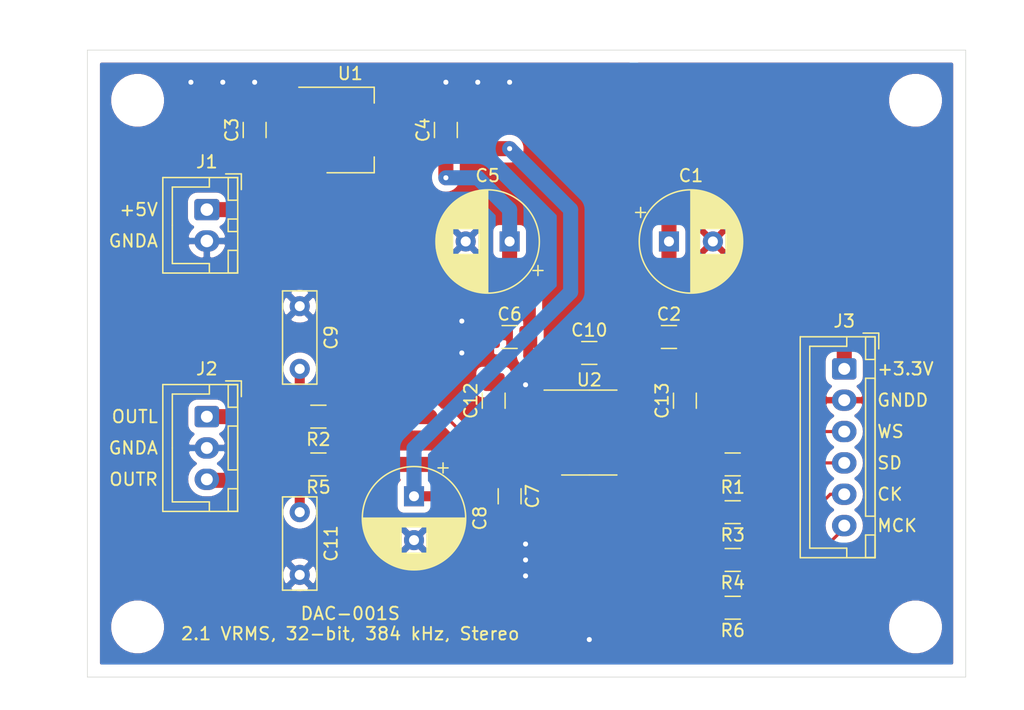
<source format=kicad_pcb>
(kicad_pcb (version 20171130) (host pcbnew "(5.1.6)-1")
  (title_block (title DAC-001S) (date 2020-11-06))
  (layers (0 F.Cu signal) (31 B.Cu signal) (34 B.Paste user) (35 F.Paste user) (36 B.SilkS user) (37 F.SilkS user) (38 B.Mask user) (39 F.Mask user) (44 Edge.Cuts user))
  (net 0 "")
  (net 1 GNDA)
  (net 2 GNDD)
  (net 3 +3V3)
  (net 4 +3.3VA)
  (net 5 OUTL)
  (net 6 OUTR)
  (net 7 "Net-(C10-Pad1)")
  (net 8 "Net-(R2-Pad1)")
  (net 9 +5VA)
  (net 10 "Net-(C10-Pad2)")
  (net 11 "Net-(C12-Pad1)")
  (net 12 "Net-(C13-Pad1)")
  (net 13 "Net-(R1-Pad2)")
  (net 14 "Net-(R3-Pad2)")
  (net 15 "Net-(R4-Pad2)")
  (net 16 "Net-(R5-Pad1)")
  (net 17 "Net-(R6-Pad2)")
  (net 18 MCK)
  (net 19 CK)
  (net 20 SD)
  (net 21 WS)
  (module NetTie:NetTie-2_SMD_Pad2.0mm (layer F.Cu) (at 127 80.01)
    (fp_text reference NT1 hide)
    (fp_text value Net-Tie_2)
    (fp_poly (pts (xy -2 -1) (xy 2 -1) (xy 2 1) (xy -2 1)) (layer F.Cu) (width 0))
    (pad 2 smd circle (at 2 0) (size 2 2) (layers F.Cu) (net 2 GNDD))
    (pad 1 smd circle (at -2 0) (size 2 2) (layers F.Cu) (net 1 GNDA))
  )
  (module Connector_JST:JST_XH_B6B-XH-A_1x06_P2.50mm_Vertical (layer F.Cu) (at 147.32 58.42 270)
    (fp_text reference J3 (at -3.81 0 180) (layer F.SilkS))
    (fp_text value Conn_01x06)
    (pad 6 thru_hole oval (at 12.5 0 270) (size 1.7 1.95) (drill 0.95) (layers *.Cu *.Mask) (net 18 MCK))
    (pad 5 thru_hole oval (at 10 0 270) (size 1.7 1.95) (drill 0.95) (layers *.Cu *.Mask) (net 19 CK))
    (pad 4 thru_hole oval (at 7.5 0 270) (size 1.7 1.95) (drill 0.95) (layers *.Cu *.Mask) (net 20 SD))
    (pad 3 thru_hole oval (at 5 0 270) (size 1.7 1.95) (drill 0.95) (layers *.Cu *.Mask) (net 21 WS))
    (pad 2 thru_hole oval (at 2.5 0 270) (size 1.7 1.95) (drill 0.95) (layers *.Cu *.Mask) (net 2 GNDD))
    (pad 1 thru_hole roundrect (at 0 0 270) (size 1.7 1.95) (drill 0.95) (layers *.Cu *.Mask) (roundrect_rratio 0.147059) (net 3 +3V3))
  )
  (module Connector_JST:JST_XH_B3B-XH-A_1x03_P2.50mm_Vertical (layer F.Cu) (at 96.52 62.23 270)
    (fp_text reference J2 (at -3.81 0 180) (layer F.SilkS))
    (fp_text value Conn_01x03)
    (pad 3 thru_hole oval (at 5 0 270) (size 1.7 1.95) (drill 0.95) (layers *.Cu *.Mask) (net 6 OUTR))
    (pad 2 thru_hole oval (at 2.5 0 270) (size 1.7 1.95) (drill 0.95) (layers *.Cu *.Mask) (net 1 GNDA))
    (pad 1 thru_hole roundrect (at 0 0 270) (size 1.7 1.95) (drill 0.95) (layers *.Cu *.Mask) (roundrect_rratio 0.147059) (net 5 OUTL))
  )
  (module Connector_JST:JST_XH_B2B-XH-A_1x02_P2.50mm_Vertical (layer F.Cu) (at 96.52 45.72 270)
    (fp_text reference J1 (at -3.81 0 180) (layer F.SilkS))
    (fp_text value Conn_01x02)
    (pad 2 thru_hole oval (at 2.5 0 270) (size 1.7 2) (drill 1) (layers *.Cu *.Mask) (net 1 GNDA))
    (pad 1 thru_hole roundrect (at 0 0 270) (size 1.7 2) (drill 1) (layers *.Cu *.Mask) (roundrect_rratio 0.147059) (net 9 +5VA))
  )
  (module MountingHole:MountingHole_3.2mm_M3 (layer F.Cu) (at 153 79)
    (fp_text reference H4 hide)
    (fp_text value MountingHole)
    (pad 1 np_thru_hole circle (at 0 0) (size 3.2 3.2) (drill 3.2) (layers *.Cu *.Mask))
  )
  (module MountingHole:MountingHole_3.2mm_M3 (layer F.Cu) (at 91 79)
    (fp_text reference H3 hide)
    (fp_text value MountingHole)
    (pad 1 np_thru_hole circle (at 0 0) (size 3.2 3.2) (drill 3.2) (layers *.Cu *.Mask))
  )
  (module MountingHole:MountingHole_3.2mm_M3 (layer F.Cu) (at 153 37)
    (fp_text reference H2 hide)
    (fp_text value MountingHole)
    (pad 1 np_thru_hole circle (at 0 0) (size 3.2 3.2) (drill 3.2) (layers *.Cu *.Mask))
  )
  (module MountingHole:MountingHole_3.2mm_M3 (layer F.Cu) (at 91 37)
    (fp_text reference H1 hide)
    (fp_text value MountingHole)
    (pad 1 np_thru_hole circle (at 0 0) (size 3.2 3.2) (drill 3.2) (layers *.Cu *.Mask))
  )
  (module Resistor_SMD:R_1206_3216Metric_Pad1.42x1.75mm_HandSolder (layer F.Cu) (at 138.43 77.47 180)
    (fp_text reference R6 (at 0 -1.82) (layer F.SilkS))
    (fp_text value 22R)
    (pad 2 smd roundrect (at 1.4875 0 180) (size 1.425 1.75) (layers F.Cu F.Paste F.Mask) (roundrect_rratio 0.175439) (net 17 "Net-(R6-Pad2)"))
    (pad 1 smd roundrect (at -1.4875 0 180) (size 1.425 1.75) (layers F.Cu F.Paste F.Mask) (roundrect_rratio 0.175439) (net 18 MCK))
  )
  (module Resistor_SMD:R_1206_3216Metric_Pad1.42x1.75mm_HandSolder (layer F.Cu) (at 138.43 73.66 180)
    (fp_text reference R4 (at 0 -1.82) (layer F.SilkS))
    (fp_text value 22R)
    (pad 2 smd roundrect (at 1.4875 0 180) (size 1.425 1.75) (layers F.Cu F.Paste F.Mask) (roundrect_rratio 0.175439) (net 15 "Net-(R4-Pad2)"))
    (pad 1 smd roundrect (at -1.4875 0 180) (size 1.425 1.75) (layers F.Cu F.Paste F.Mask) (roundrect_rratio 0.175439) (net 19 CK))
  )
  (module Resistor_SMD:R_1206_3216Metric_Pad1.42x1.75mm_HandSolder (layer F.Cu) (at 138.43 69.85 180)
    (fp_text reference R3 (at 0 -1.82) (layer F.SilkS))
    (fp_text value 22R)
    (pad 2 smd roundrect (at 1.4875 0 180) (size 1.425 1.75) (layers F.Cu F.Paste F.Mask) (roundrect_rratio 0.175439) (net 14 "Net-(R3-Pad2)"))
    (pad 1 smd roundrect (at -1.4875 0 180) (size 1.425 1.75) (layers F.Cu F.Paste F.Mask) (roundrect_rratio 0.175439) (net 20 SD))
  )
  (module Resistor_SMD:R_1206_3216Metric_Pad1.42x1.75mm_HandSolder (layer F.Cu) (at 138.43 66.04 180)
    (fp_text reference R1 (at 0 -1.82) (layer F.SilkS))
    (fp_text value 22R)
    (pad 2 smd roundrect (at 1.4875 0 180) (size 1.425 1.75) (layers F.Cu F.Paste F.Mask) (roundrect_rratio 0.175439) (net 13 "Net-(R1-Pad2)"))
    (pad 1 smd roundrect (at -1.4875 0 180) (size 1.425 1.75) (layers F.Cu F.Paste F.Mask) (roundrect_rratio 0.175439) (net 21 WS))
  )
  (module Capacitor_THT:CP_Radial_D8.0mm_P3.50mm (layer F.Cu) (at 133.35 48.26)
    (fp_text reference C1 (at 1.75 -5.25) (layer F.SilkS))
    (fp_text value 10uF)
    (pad 2 thru_hole circle (at 3.5 0) (size 1.6 1.6) (drill 0.8) (layers *.Cu *.Mask) (net 2 GNDD))
    (pad 1 thru_hole rect (at 0 0) (size 1.6 1.6) (drill 0.8) (layers *.Cu *.Mask) (net 3 +3V3))
  )
  (module Capacitor_SMD:C_1206_3216Metric_Pad1.42x1.75mm_HandSolder (layer F.Cu) (at 115.57 39.37 90)
    (fp_text reference C4 (at 0 -1.82 90) (layer F.SilkS))
    (fp_text value 2.2uF)
    (pad 2 smd roundrect (at 1.4875 0 90) (size 1.425 1.75) (layers F.Cu F.Paste F.Mask) (roundrect_rratio 0.175439) (net 1 GNDA))
    (pad 1 smd roundrect (at -1.4875 0 90) (size 1.425 1.75) (layers F.Cu F.Paste F.Mask) (roundrect_rratio 0.175439) (net 4 +3.3VA))
  )
  (module Capacitor_SMD:C_1206_3216Metric_Pad1.42x1.75mm_HandSolder (layer F.Cu) (at 100.33 39.37 90)
    (fp_text reference C3 (at 0 -1.82 90) (layer F.SilkS))
    (fp_text value 2.2uF)
    (pad 2 smd roundrect (at 1.4875 0 90) (size 1.425 1.75) (layers F.Cu F.Paste F.Mask) (roundrect_rratio 0.175439) (net 1 GNDA))
    (pad 1 smd roundrect (at -1.4875 0 90) (size 1.425 1.75) (layers F.Cu F.Paste F.Mask) (roundrect_rratio 0.175439) (net 9 +5VA))
  )
  (module Package_TO_SOT_SMD:SOT-223-3_TabPin2 (layer F.Cu) (at 107.95 39.37)
    (fp_text reference U1 (at 0 -4.5) (layer F.SilkS))
    (fp_text value ADP3338AKCZ-3.3RL7)
    (pad 1 smd rect (at -3.15 -2.3) (size 2 1.5) (layers F.Cu F.Paste F.Mask) (net 1 GNDA))
    (pad 3 smd rect (at -3.15 2.3) (size 2 1.5) (layers F.Cu F.Paste F.Mask) (net 9 +5VA))
    (pad 2 smd rect (at -3.15 0) (size 2 1.5) (layers F.Cu F.Paste F.Mask) (net 4 +3.3VA))
    (pad 2 smd rect (at 3.15 0) (size 2 3.8) (layers F.Cu F.Paste F.Mask) (net 4 +3.3VA))
  )
  (module Resistor_SMD:R_1206_3216Metric_Pad1.42x1.75mm_HandSolder (layer F.Cu) (at 105.41 66.04 180)
    (fp_text reference R5 (at 0 -1.82) (layer F.SilkS))
    (fp_text value 470R)
    (pad 2 smd roundrect (at 1.4875 0 180) (size 1.425 1.75) (layers F.Cu F.Paste F.Mask) (roundrect_rratio 0.175439) (net 6 OUTR))
    (pad 1 smd roundrect (at -1.4875 0 180) (size 1.425 1.75) (layers F.Cu F.Paste F.Mask) (roundrect_rratio 0.175439) (net 16 "Net-(R5-Pad1)"))
  )
  (module Resistor_SMD:R_1206_3216Metric_Pad1.42x1.75mm_HandSolder (layer F.Cu) (at 105.41 62.23 180)
    (fp_text reference R2 (at 0 -1.82) (layer F.SilkS))
    (fp_text value 470R)
    (pad 1 smd roundrect (at -1.4875 0 180) (size 1.425 1.75) (layers F.Cu F.Paste F.Mask) (roundrect_rratio 0.175439) (net 8 "Net-(R2-Pad1)"))
    (pad 2 smd roundrect (at 1.4875 0 180) (size 1.425 1.75) (layers F.Cu F.Paste F.Mask) (roundrect_rratio 0.175439) (net 5 OUTL))
  )
  (module Capacitor_THT:C_Rect_L7.2mm_W2.5mm_P5.00mm_FKS2_FKP2_MKS2_MKP2 (layer F.Cu) (at 103.9225 69.85 270)
    (fp_text reference C11 (at 2.5 -2.5 90) (layer F.SilkS))
    (fp_text value 2.2nF)
    (pad 2 thru_hole circle (at 5 0 270) (size 1.6 1.6) (drill 0.8) (layers *.Cu *.Mask) (net 1 GNDA))
    (pad 1 thru_hole circle (at 0 0 270) (size 1.6 1.6) (drill 0.8) (layers *.Cu *.Mask) (net 6 OUTR))
  )
  (module Capacitor_THT:C_Rect_L7.2mm_W2.5mm_P5.00mm_FKS2_FKP2_MKS2_MKP2 (layer F.Cu) (at 103.9225 58.42 90)
    (fp_text reference C9 (at 2.5 2.5 90) (layer F.SilkS))
    (fp_text value 2.2nF)
    (pad 2 thru_hole circle (at 5 0 90) (size 1.6 1.6) (drill 0.8) (layers *.Cu *.Mask) (net 1 GNDA))
    (pad 1 thru_hole circle (at 0 0 90) (size 1.6 1.6) (drill 0.8) (layers *.Cu *.Mask) (net 5 OUTL))
  )
  (module Capacitor_SMD:C_1206_3216Metric_Pad1.42x1.75mm_HandSolder (layer F.Cu) (at 134.62 60.96 90)
    (fp_text reference C13 (at 0 -1.82 90) (layer F.SilkS))
    (fp_text value 0.1uF)
    (pad 2 smd roundrect (at 1.4875 0 90) (size 1.425 1.75) (layers F.Cu F.Paste F.Mask) (roundrect_rratio 0.175439) (net 2 GNDD))
    (pad 1 smd roundrect (at -1.4875 0 90) (size 1.425 1.75) (layers F.Cu F.Paste F.Mask) (roundrect_rratio 0.175439) (net 12 "Net-(C13-Pad1)"))
  )
  (module Capacitor_SMD:C_1206_3216Metric_Pad1.42x1.75mm_HandSolder (layer F.Cu) (at 119.38 60.96 90)
    (fp_text reference C12 (at 0 -1.82 90) (layer F.SilkS))
    (fp_text value 2.2uF)
    (pad 2 smd roundrect (at 1.4875 0 90) (size 1.425 1.75) (layers F.Cu F.Paste F.Mask) (roundrect_rratio 0.175439) (net 1 GNDA))
    (pad 1 smd roundrect (at -1.4875 0 90) (size 1.425 1.75) (layers F.Cu F.Paste F.Mask) (roundrect_rratio 0.175439) (net 11 "Net-(C12-Pad1)"))
  )
  (module Capacitor_THT:CP_Radial_D8.0mm_P3.50mm (layer F.Cu) (at 113.03 68.58 270)
    (fp_text reference C8 (at 1.75 -5.25 90) (layer F.SilkS))
    (fp_text value 10uF)
    (pad 2 thru_hole circle (at 3.5 0 270) (size 1.6 1.6) (drill 0.8) (layers *.Cu *.Mask) (net 1 GNDA))
    (pad 1 thru_hole rect (at 0 0 270) (size 1.6 1.6) (drill 0.8) (layers *.Cu *.Mask) (net 4 +3.3VA))
  )
  (module Capacitor_THT:CP_Radial_D8.0mm_P3.50mm (layer F.Cu) (at 120.65 48.26 180)
    (fp_text reference C5 (at 1.75 5.25) (layer F.SilkS))
    (fp_text value 10uF)
    (pad 2 thru_hole circle (at 3.5 0 180) (size 1.6 1.6) (drill 0.8) (layers *.Cu *.Mask) (net 1 GNDA))
    (pad 1 thru_hole rect (at 0 0 180) (size 1.6 1.6) (drill 0.8) (layers *.Cu *.Mask) (net 4 +3.3VA))
  )
  (module Capacitor_SMD:C_1206_3216Metric_Pad1.42x1.75mm_HandSolder (layer F.Cu) (at 120.65 68.58 270)
    (fp_text reference C7 (at 0 -1.82 90) (layer F.SilkS))
    (fp_text value 0.1uF)
    (pad 2 smd roundrect (at 1.4875 0 270) (size 1.425 1.75) (layers F.Cu F.Paste F.Mask) (roundrect_rratio 0.175439) (net 1 GNDA))
    (pad 1 smd roundrect (at -1.4875 0 270) (size 1.425 1.75) (layers F.Cu F.Paste F.Mask) (roundrect_rratio 0.175439) (net 4 +3.3VA))
  )
  (module Capacitor_SMD:C_1206_3216Metric_Pad1.42x1.75mm_HandSolder (layer F.Cu) (at 133.35 55.88)
    (fp_text reference C2 (at 0 -1.82) (layer F.SilkS))
    (fp_text value 0.1uF)
    (pad 2 smd roundrect (at 1.4875 0) (size 1.425 1.75) (layers F.Cu F.Paste F.Mask) (roundrect_rratio 0.175439) (net 2 GNDD))
    (pad 1 smd roundrect (at -1.4875 0) (size 1.425 1.75) (layers F.Cu F.Paste F.Mask) (roundrect_rratio 0.175439) (net 3 +3V3))
  )
  (module Capacitor_SMD:C_1206_3216Metric_Pad1.42x1.75mm_HandSolder (layer F.Cu) (at 120.65 55.88 180)
    (fp_text reference C6 (at 0 1.82) (layer F.SilkS))
    (fp_text value 0.1uF)
    (pad 2 smd roundrect (at 1.4875 0 180) (size 1.425 1.75) (layers F.Cu F.Paste F.Mask) (roundrect_rratio 0.175439) (net 1 GNDA))
    (pad 1 smd roundrect (at -1.4875 0 180) (size 1.425 1.75) (layers F.Cu F.Paste F.Mask) (roundrect_rratio 0.175439) (net 4 +3.3VA))
  )
  (module Capacitor_SMD:C_1206_3216Metric_Pad1.42x1.75mm_HandSolder (layer F.Cu) (at 127 57.15)
    (fp_text reference C10 (at 0 -1.82) (layer F.SilkS))
    (fp_text value 2.2uF)
    (pad 2 smd roundrect (at 1.4875 0) (size 1.425 1.75) (layers F.Cu F.Paste F.Mask) (roundrect_rratio 0.175439) (net 10 "Net-(C10-Pad2)"))
    (pad 1 smd roundrect (at -1.4875 0) (size 1.425 1.75) (layers F.Cu F.Paste F.Mask) (roundrect_rratio 0.175439) (net 7 "Net-(C10-Pad1)"))
  )
  (module Package_SO:TSSOP-20_4.4x6.5mm_P0.65mm (layer F.Cu) (at 127 63.5)
    (fp_text reference U2 (at 0 -4.2) (layer F.SilkS))
    (fp_text value PCM5102A)
    (pad 20 smd roundrect (at 2.8625 -2.925) (size 1.475 0.4) (layers F.Cu F.Paste F.Mask) (net 3 +3V3))
    (pad 19 smd roundrect (at 2.8625 -2.275) (size 1.475 0.4) (layers F.Cu F.Paste F.Mask) (net 2 GNDD))
    (pad 18 smd roundrect (at 2.8625 -1.625) (size 1.475 0.4) (layers F.Cu F.Paste F.Mask) (net 12 "Net-(C13-Pad1)"))
    (pad 17 smd roundrect (at 2.8625 -0.975) (size 1.475 0.4) (layers F.Cu F.Paste F.Mask) (net 4 +3.3VA))
    (pad 16 smd roundrect (at 2.8625 -0.325) (size 1.475 0.4) (layers F.Cu F.Paste F.Mask) (net 2 GNDD))
    (pad 15 smd roundrect (at 2.8625 0.325) (size 1.475 0.4) (layers F.Cu F.Paste F.Mask) (net 13 "Net-(R1-Pad2)"))
    (pad 14 smd roundrect (at 2.8625 0.975) (size 1.475 0.4) (layers F.Cu F.Paste F.Mask) (net 14 "Net-(R3-Pad2)"))
    (pad 13 smd roundrect (at 2.8625 1.625) (size 1.475 0.4) (layers F.Cu F.Paste F.Mask) (net 15 "Net-(R4-Pad2)"))
    (pad 12 smd roundrect (at 2.8625 2.275) (size 1.475 0.4) (layers F.Cu F.Paste F.Mask) (net 17 "Net-(R6-Pad2)"))
    (pad 11 smd roundrect (at 2.8625 2.925) (size 1.475 0.4) (layers F.Cu F.Paste F.Mask) (net 2 GNDD))
    (pad 10 smd roundrect (at -2.8625 2.925) (size 1.475 0.4) (layers F.Cu F.Paste F.Mask) (net 2 GNDD))
    (pad 9 smd roundrect (at -2.8625 2.275) (size 1.475 0.4) (layers F.Cu F.Paste F.Mask) (net 1 GNDA))
    (pad 8 smd roundrect (at -2.8625 1.625) (size 1.475 0.4) (layers F.Cu F.Paste F.Mask) (net 4 +3.3VA))
    (pad 7 smd roundrect (at -2.8625 0.975) (size 1.475 0.4) (layers F.Cu F.Paste F.Mask) (net 16 "Net-(R5-Pad1)"))
    (pad 6 smd roundrect (at -2.8625 0.325) (size 1.475 0.4) (layers F.Cu F.Paste F.Mask) (net 8 "Net-(R2-Pad1)"))
    (pad 5 smd roundrect (at -2.8625 -0.325) (size 1.475 0.4) (layers F.Cu F.Paste F.Mask) (net 11 "Net-(C12-Pad1)"))
    (pad 4 smd roundrect (at -2.8625 -0.975) (size 1.475 0.4) (layers F.Cu F.Paste F.Mask) (net 10 "Net-(C10-Pad2)"))
    (pad 3 smd roundrect (at -2.8625 -1.625) (size 1.475 0.4) (layers F.Cu F.Paste F.Mask) (net 1 GNDA))
    (pad 2 smd roundrect (at -2.8625 -2.275) (size 1.475 0.4) (layers F.Cu F.Paste F.Mask) (net 7 "Net-(C10-Pad1)"))
    (pad 1 smd roundrect (at -2.8625 -2.925) (size 1.475 0.4) (layers F.Cu F.Paste F.Mask) (net 4 +3.3VA))
  )
  (gr_text "DAC-001S\n2.1 VRMS, 32-bit, 384 kHz, Stereo" (at 107.95 78.74) (layer F.SilkS) (effects (font (size 1 1))))
  (gr_line (start 87 83) (end 87 33) (layer Edge.Cuts) (width 0.05))
  (gr_line (start 157 83) (end 87 83) (layer Edge.Cuts) (width 0.05))
  (gr_line (start 157 33) (end 157 83) (layer Edge.Cuts) (width 0.05))
  (gr_line (start 87 33) (end 157 33) (layer Edge.Cuts) (width 0.05))
  (gr_text +5V (at 92.71 45.72) (layer F.SilkS) (effects (font (size 1 1)) (justify right)))
  (gr_text GNDA (at 92.71 48.22) (layer F.SilkS) (effects (font (size 1 1)) (justify right)))
  (gr_text MCK (at 149.86 70.92) (layer F.SilkS) (effects (font (size 1 1)) (justify left)))
  (gr_text CK (at 149.86 68.42) (layer F.SilkS) (effects (font (size 1 1)) (justify left)))
  (gr_text SD (at 149.86 65.92) (layer F.SilkS) (effects (font (size 1 1)) (justify left)))
  (gr_text WS (at 149.86 63.42) (layer F.SilkS) (effects (font (size 1 1)) (justify left)))
  (gr_text GNDD (at 149.86 60.92) (layer F.SilkS) (effects (font (size 1 1)) (justify left)))
  (gr_text +3.3V (at 149.86 58.42) (layer F.SilkS) (effects (font (size 1 1)) (justify left)))
  (gr_text OUTR (at 92.71 67.23) (layer F.SilkS) (effects (font (size 1 1)) (justify right)))
  (gr_text GNDA (at 92.71 64.73) (layer F.SilkS) (effects (font (size 1 1)) (justify right)))
  (gr_text OUTL (at 92.71 62.23) (layer F.SilkS) (effects (font (size 1 1)) (justify right)))
  (via (at 127 80.01) (size 0.8) (drill 0.4) (layers F.Cu B.Cu) (net 1))
  (segment (start 124.1375 61.875) (end 122.835 61.875) (width 0.25) (layer F.Cu) (net 1))
  (segment (start 122.835 61.875) (end 121.92 60.96) (width 0.25) (layer F.Cu) (net 1))
  (via (at 115.57 35.56) (size 0.8) (drill 0.4) (layers F.Cu B.Cu) (net 1))
  (via (at 118.11 35.56) (size 0.8) (drill 0.4) (layers F.Cu B.Cu) (net 1))
  (via (at 120.65 35.56) (size 0.8) (drill 0.4) (layers F.Cu B.Cu) (net 1))
  (via (at 100.33 35.56) (size 0.8) (drill 0.4) (layers F.Cu B.Cu) (net 1))
  (via (at 97.79 35.56) (size 0.8) (drill 0.4) (layers F.Cu B.Cu) (net 1))
  (via (at 95.25 35.56) (size 0.8) (drill 0.4) (layers F.Cu B.Cu) (net 1))
  (via (at 121.92 59.69) (size 0.8) (drill 0.4) (layers F.Cu B.Cu) (net 1))
  (via (at 121.92 72.39) (size 0.8) (drill 0.4) (layers F.Cu B.Cu) (net 1))
  (via (at 121.92 73.66) (size 0.8) (drill 0.4) (layers F.Cu B.Cu) (net 1))
  (via (at 121.92 74.93) (size 0.8) (drill 0.4) (layers F.Cu B.Cu) (net 1))
  (via (at 116.84 54.61) (size 0.8) (drill 0.4) (layers F.Cu B.Cu) (net 1))
  (via (at 116.84 57.15) (size 0.8) (drill 0.4) (layers F.Cu B.Cu) (net 1))
  (segment (start 122.925 65.775) (end 122.925 67.045) (width 0.25) (layer F.Cu) (net 1))
  (segment (start 122.925 65.775) (end 121.655 65.775) (width 0.25) (layer F.Cu) (net 1))
  (segment (start 124.1375 65.775) (end 122.925 65.775) (width 0.25) (layer F.Cu) (net 1))
  (segment (start 121.655 65.775) (end 122.925 67.045) (width 0.25) (layer F.Cu) (net 1))
  (segment (start 127 80.01) (end 121.92 80.01) (width 1.2) (layer F.Cu) (net 1))
  (segment (start 129.8625 63.175) (end 128.595 63.175) (width 0.25) (layer F.Cu) (net 2))
  (segment (start 127.885 63.885) (end 127.885 66.425) (width 0.25) (layer F.Cu) (net 2))
  (segment (start 128.595 63.175) (end 127.885 63.885) (width 0.25) (layer F.Cu) (net 2))
  (segment (start 124.1375 66.425) (end 127.885 66.425) (width 0.25) (layer F.Cu) (net 2))
  (segment (start 127.885 66.425) (end 129.8625 66.425) (width 0.25) (layer F.Cu) (net 2))
  (segment (start 130.6 61.225) (end 130.865 60.96) (width 0.25) (layer F.Cu) (net 2))
  (segment (start 129.8625 61.225) (end 130.6 61.225) (width 0.25) (layer F.Cu) (net 2))
  (segment (start 130.92 60.96) (end 133.35 60.96) (width 0.25) (layer F.Cu) (net 2))
  (segment (start 129.98499 63.29999) (end 131.87999 63.29999) (width 0.25) (layer F.Cu) (net 2))
  (segment (start 129.8625 63.175) (end 129.8625 63.1775) (width 0.25) (layer F.Cu) (net 2))
  (segment (start 129.8625 63.1775) (end 129.98499 63.29999) (width 0.25) (layer F.Cu) (net 2))
  (segment (start 131.87999 63.29999) (end 132.08 63.5) (width 0.25) (layer F.Cu) (net 2))
  (segment (start 129.8625 68.11678) (end 131.8625 70.11678) (width 0.8) (layer F.Cu) (net 2))
  (segment (start 129.8625 66.62928) (end 129.8625 68.11678) (width 0.8) (layer F.Cu) (net 2))
  (segment (start 129 80.01) (end 132.08 80.01) (width 1.2) (layer F.Cu) (net 2))
  (segment (start 131.8625 55.88) (end 131.8625 57.3675) (width 0.8) (layer F.Cu) (net 3))
  (segment (start 129.8625 59.3675) (end 129.8625 60.37) (width 0.8) (layer F.Cu) (net 3))
  (segment (start 131.8625 57.3675) (end 129.8625 59.3675) (width 0.8) (layer F.Cu) (net 3))
  (segment (start 147.32 58.42) (end 147.32 48.26) (width 1.2) (layer F.Cu) (net 3))
  (segment (start 147.32 48.26) (end 143.51 44.45) (width 1.2) (layer F.Cu) (net 3))
  (segment (start 143.51 44.45) (end 134.62 44.45) (width 1.2) (layer F.Cu) (net 3))
  (segment (start 133.35 45.72) (end 133.35 48.26) (width 1.2) (layer F.Cu) (net 3))
  (segment (start 134.62 44.45) (end 133.35 45.72) (width 1.2) (layer F.Cu) (net 3))
  (segment (start 133.35 48.26) (end 133.35 50.8) (width 1.2) (layer F.Cu) (net 3))
  (segment (start 133.35 50.8) (end 131.8625 52.2875) (width 1.2) (layer F.Cu) (net 3))
  (segment (start 131.8625 52.2875) (end 131.8625 54.1925) (width 1.2) (layer F.Cu) (net 3))
  (segment (start 131.8625 55.88) (end 131.8625 54.1925) (width 0.8) (layer F.Cu) (net 3))
  (segment (start 120.65 65.93125) (end 120.65 67.0925) (width 0.25) (layer F.Cu) (net 4))
  (segment (start 124.1375 65.125) (end 121.45625 65.125) (width 0.25) (layer F.Cu) (net 4))
  (segment (start 121.45625 65.125) (end 120.65 65.93125) (width 0.25) (layer F.Cu) (net 4))
  (segment (start 124.1375 65.125) (end 125.375 65.125) (width 0.25) (layer F.Cu) (net 4))
  (segment (start 125.375 65.125) (end 127.975 62.525) (width 0.25) (layer F.Cu) (net 4))
  (segment (start 127.975 62.525) (end 129.8625 62.525) (width 0.25) (layer F.Cu) (net 4))
  (segment (start 120.65 67.0925) (end 117.0575 67.0925) (width 0.8) (layer F.Cu) (net 4))
  (segment (start 115.57 68.58) (end 113.03 68.58) (width 0.8) (layer F.Cu) (net 4))
  (segment (start 117.0575 67.0925) (end 115.57 68.58) (width 0.8) (layer F.Cu) (net 4))
  (segment (start 122.1375 55.88) (end 122.1375 57.3675) (width 0.8) (layer F.Cu) (net 4))
  (segment (start 124.1375 59.3675) (end 124.1375 60.37) (width 0.8) (layer F.Cu) (net 4))
  (segment (start 122.1375 57.3675) (end 124.1375 59.3675) (width 0.8) (layer F.Cu) (net 4))
  (segment (start 120.65 50.8) (end 122.1375 52.2875) (width 1.2) (layer F.Cu) (net 4))
  (segment (start 120.65 48.26) (end 120.65 50.8) (width 1.2) (layer F.Cu) (net 4))
  (segment (start 122.1375 52.2875) (end 122.1375 54.1925) (width 1.2) (layer F.Cu) (net 4))
  (segment (start 122.1375 55.88) (end 122.1375 54.1925) (width 0.8) (layer F.Cu) (net 4))
  (segment (start 104.8 39.37) (end 111.1 39.37) (width 0.8) (layer F.Cu) (net 4))
  (segment (start 115.57 40.8575) (end 115.57 40.8575) (width 0.8) (layer F.Cu) (net 4))
  (segment (start 115.57 40.8575) (end 115.57 40.8575) (width 0.8) (layer F.Cu) (net 4))
  (segment (start 115.57 40.8575) (end 114.5175 40.8575) (width 0.8) (layer F.Cu) (net 4))
  (via (at 115.57 43.18) (size 0.8) (drill 0.4) (layers F.Cu B.Cu) (net 4))
  (segment (start 115.57 40.8575) (end 115.57 43.18) (width 1.2) (layer F.Cu) (net 4))
  (segment (start 120.65 48.26) (end 120.65 45.72) (width 1.2) (layer B.Cu) (net 4))
  (segment (start 118.11 43.18) (end 115.57 43.18) (width 1.2) (layer B.Cu) (net 4))
  (segment (start 120.65 45.72) (end 118.11 43.18) (width 1.2) (layer B.Cu) (net 4))
  (segment (start 113.03 64.77) (end 113.03 68.58) (width 1.2) (layer B.Cu) (net 4))
  (segment (start 120.65 57.15) (end 113.03 64.77) (width 1.2) (layer B.Cu) (net 4))
  (segment (start 115.57 40.8575) (end 115.57 40.8575) (width 0.8) (layer F.Cu) (net 4))
  (via (at 120.65 40.8575) (size 0.8) (drill 0.4) (layers F.Cu B.Cu) (net 4))
  (segment (start 120.65 40.8575) (end 125.5125 45.72) (width 1.2) (layer B.Cu) (net 4))
  (segment (start 120.65 57.15) (end 124.46 53.34) (width 1.2) (layer B.Cu) (net 4))
  (segment (start 125.5125 52.2875) (end 124.46 53.34) (width 1.2) (layer B.Cu) (net 4))
  (segment (start 125.5125 45.72) (end 125.5125 52.2875) (width 1.2) (layer B.Cu) (net 4))
  (segment (start 117.0575 40.8575) (end 120.65 40.8575) (width 1.2) (layer F.Cu) (net 4))
  (segment (start 115.57 40.8575) (end 117.0575 40.8575) (width 0.8) (layer F.Cu) (net 4))
  (segment (start 114.5175 40.8575) (end 113.03 39.37) (width 0.8) (layer F.Cu) (net 4))
  (segment (start 113.03 39.37) (end 111.1 39.37) (width 0.8) (layer F.Cu) (net 4))
  (segment (start 103.9225 62.23) (end 96.52 62.23) (width 1.2) (layer F.Cu) (net 5))
  (segment (start 103.9225 58.6375) (end 104.14 58.42) (width 0.8) (layer F.Cu) (net 5))
  (segment (start 103.9225 62.23) (end 103.9225 58.42) (width 0.8) (layer F.Cu) (net 5))
  (segment (start 96.6 67.31) (end 96.52 67.23) (width 1.2) (layer F.Cu) (net 6))
  (segment (start 98.425 67.31) (end 96.6 67.31) (width 1.2) (layer F.Cu) (net 6))
  (segment (start 103.9225 66.04) (end 99.695 66.04) (width 1.2) (layer F.Cu) (net 6))
  (segment (start 99.695 66.04) (end 98.425 67.31) (width 1.2) (layer F.Cu) (net 6))
  (segment (start 103.9225 66.04) (end 103.9225 69.85) (width 0.8) (layer F.Cu) (net 6))
  (segment (start 124.1375 61.225) (end 125.2475 61.225) (width 0.25) (layer F.Cu) (net 7))
  (segment (start 125.2475 61.225) (end 125.5125 60.96) (width 0.25) (layer F.Cu) (net 7))
  (segment (start 125.5125 59.9075) (end 125.5125 57.15) (width 0.8) (layer F.Cu) (net 7))
  (segment (start 125.5125 60.96) (end 125.5125 59.9075) (width 0.25) (layer F.Cu) (net 7))
  (segment (start 124.1375 63.825) (end 117.165 63.825) (width 0.25) (layer F.Cu) (net 8))
  (segment (start 117.165 63.825) (end 115.57 62.23) (width 0.25) (layer F.Cu) (net 8))
  (segment (start 115.57 62.23) (end 114.3 62.23) (width 0.25) (layer F.Cu) (net 8))
  (segment (start 114.3 62.23) (end 106.8975 62.23) (width 1.2) (layer F.Cu) (net 8))
  (segment (start 96.52 45.72) (end 99.06 45.72) (width 1.2) (layer F.Cu) (net 9))
  (segment (start 100.33 44.45) (end 100.33 40.8575) (width 1.2) (layer F.Cu) (net 9))
  (segment (start 99.06 45.72) (end 100.33 44.45) (width 1.2) (layer F.Cu) (net 9))
  (segment (start 100.33 40.8575) (end 101.8175 40.8575) (width 0.8) (layer F.Cu) (net 9))
  (segment (start 102.63 41.67) (end 104.8 41.67) (width 0.8) (layer F.Cu) (net 9))
  (segment (start 101.8175 40.8575) (end 102.63 41.67) (width 0.8) (layer F.Cu) (net 9))
  (segment (start 124.1375 62.525) (end 126.705 62.525) (width 0.25) (layer F.Cu) (net 10))
  (segment (start 126.705 62.525) (end 128.4875 60.7425) (width 0.25) (layer F.Cu) (net 10))
  (segment (start 128.4875 59.9075) (end 128.4875 57.15) (width 0.8) (layer F.Cu) (net 10))
  (segment (start 128.4875 60.7425) (end 128.4875 59.9075) (width 0.25) (layer F.Cu) (net 10))
  (segment (start 124.1375 63.1775) (end 122.8675 63.1775) (width 0.25) (layer F.Cu) (net 11))
  (segment (start 122.8675 63.1775) (end 122.1375 62.4475) (width 0.25) (layer F.Cu) (net 11))
  (segment (start 119.38 62.4475) (end 121.5025 62.4475) (width 0.8) (layer F.Cu) (net 11))
  (segment (start 122.1375 62.4475) (end 121.5025 62.4475) (width 0.25) (layer F.Cu) (net 11))
  (segment (start 131.445 61.875) (end 129.8625 61.875) (width 0.25) (layer F.Cu) (net 12))
  (segment (start 132.9325 62.4475) (end 134.62 62.4475) (width 0.8) (layer F.Cu) (net 12))
  (segment (start 131.445 61.875) (end 132.36 61.875) (width 0.8) (layer F.Cu) (net 12))
  (segment (start 132.36 61.875) (end 132.9325 62.4475) (width 0.8) (layer F.Cu) (net 12))
  (segment (start 129.8625 63.825) (end 131.135 63.825) (width 0.25) (layer F.Cu) (net 13))
  (segment (start 133.35 66.04) (end 136.9425 66.04) (width 0.25) (layer F.Cu) (net 13))
  (segment (start 131.135 63.825) (end 133.35 66.04) (width 0.25) (layer F.Cu) (net 13))
  (segment (start 129.8625 64.475) (end 131.14859 64.475) (width 0.25) (layer F.Cu) (net 14))
  (segment (start 131.14859 64.475) (end 135.255002 68.581412) (width 0.25) (layer F.Cu) (net 14))
  (segment (start 135.89 69.85) (end 135.255002 69.215002) (width 0.25) (layer F.Cu) (net 14))
  (segment (start 136.9425 69.85) (end 135.89 69.85) (width 0.25) (layer F.Cu) (net 14))
  (segment (start 135.255002 68.581412) (end 135.255002 69.215002) (width 0.25) (layer F.Cu) (net 14))
  (segment (start 129.8625 65.125) (end 131.16218 65.125) (width 0.25) (layer F.Cu) (net 15))
  (segment (start 131.16218 65.125) (end 134.804991 68.767811) (width 0.25) (layer F.Cu) (net 15))
  (segment (start 135.89 73.66) (end 134.804991 72.574991) (width 0.25) (layer F.Cu) (net 15))
  (segment (start 136.9425 73.66) (end 135.89 73.66) (width 0.25) (layer F.Cu) (net 15))
  (segment (start 134.804991 68.767811) (end 134.804991 72.574991) (width 0.25) (layer F.Cu) (net 15))
  (segment (start 124.1375 64.475) (end 117.135 64.475) (width 0.25) (layer F.Cu) (net 16))
  (segment (start 117.135 64.475) (end 115.57 66.04) (width 0.25) (layer F.Cu) (net 16))
  (segment (start 115.57 66.04) (end 114.3 66.04) (width 0.25) (layer F.Cu) (net 16))
  (segment (start 114.3 66.04) (end 106.8975 66.04) (width 1.2) (layer F.Cu) (net 16))
  (segment (start 129.8625 65.775) (end 131.17577 65.775) (width 0.25) (layer F.Cu) (net 17))
  (segment (start 131.17577 65.775) (end 134.35498 68.95421) (width 0.25) (layer F.Cu) (net 17))
  (segment (start 136.9425 77.47) (end 135.89 77.47) (width 0.25) (layer F.Cu) (net 17))
  (segment (start 135.89 77.47) (end 134.35498 75.93498) (width 0.25) (layer F.Cu) (net 17))
  (segment (start 134.35498 68.95421) (end 134.35498 75.93498) (width 0.25) (layer F.Cu) (net 17))
  (segment (start 139.9175 77.47) (end 140.97 77.47) (width 0.25) (layer F.Cu) (net 18))
  (segment (start 147.32 71.12) (end 147.32 70.92) (width 0.25) (layer F.Cu) (net 18))
  (segment (start 140.97 77.47) (end 147.32 71.12) (width 0.25) (layer F.Cu) (net 18))
  (segment (start 139.9175 73.66) (end 140.97 73.66) (width 0.25) (layer F.Cu) (net 19))
  (segment (start 146.21 68.42) (end 147.32 68.42) (width 0.25) (layer F.Cu) (net 19))
  (segment (start 140.97 73.66) (end 146.21 68.42) (width 0.25) (layer F.Cu) (net 19))
  (segment (start 144.9 65.92) (end 147.32 65.92) (width 0.25) (layer F.Cu) (net 20))
  (segment (start 139.9175 69.85) (end 140.97 69.85) (width 0.25) (layer F.Cu) (net 20))
  (segment (start 140.97 69.85) (end 144.9 65.92) (width 0.25) (layer F.Cu) (net 20))
  (segment (start 147.32 63.42) (end 146.765 63.42) (width 0.25) (layer F.Cu) (net 21))
  (segment (start 139.9175 66.04) (end 140.97 66.04) (width 0.25) (layer F.Cu) (net 21))
  (segment (start 143.59 63.42) (end 147.32 63.42) (width 0.25) (layer F.Cu) (net 21))
  (segment (start 140.97 66.04) (end 143.59 63.42) (width 0.25) (layer F.Cu) (net 21))
  (zone (net 2) (net_name GNDD) (layer F.Cu) (priority 1) (connect_pads (clearance 0.508)) (min_thickness 0.254) (fill yes (arc_segments 32) (thermal_gap 0.508) (thermal_bridge_width 0.508))
    (polygon (pts (xy 156 34) (xy 156 82) (xy 130.81 82) (xy 130.81 34)))
  )
  (zone (net 1) (net_name GNDA) (layer F.Cu) (connect_pads (clearance 0.508)) (min_thickness 0.254) (fill yes (arc_segments 32) (thermal_gap 0.508) (thermal_bridge_width 0.508))
    (polygon (pts (xy 130.81 77.47) (xy 123.19 77.47) (xy 123.19 82) (xy 88 82) (xy 88 34) (xy 130.81 34)))
  )
  (zone (net 1) (net_name GNDA) (layer B.Cu) (connect_pads (clearance 0.508)) (min_thickness 0.254) (fill yes (arc_segments 32) (thermal_gap 0.508) (thermal_bridge_width 0.508))
    (polygon (pts (xy 156 82) (xy 88 82) (xy 88 34) (xy 156 34)))
  )
  (zone (net 4) (net_name +3.3VA) (layer F.Cu) (priority 1) (connect_pads (clearance 0.508)) (min_thickness 0.254) (fill yes (arc_segments 32) (thermal_gap 0.508) (thermal_bridge_width 0.508))
    (polygon (pts (xy 113.03 45.72) (xy 110.49 48.26) (xy 102.87 48.26) (xy 102.87 44.45) (xy 104.775 44.45) (xy 107.95 41.91) (xy 107.95 35.56) (xy 113.03 35.56)))
  )
)
</source>
